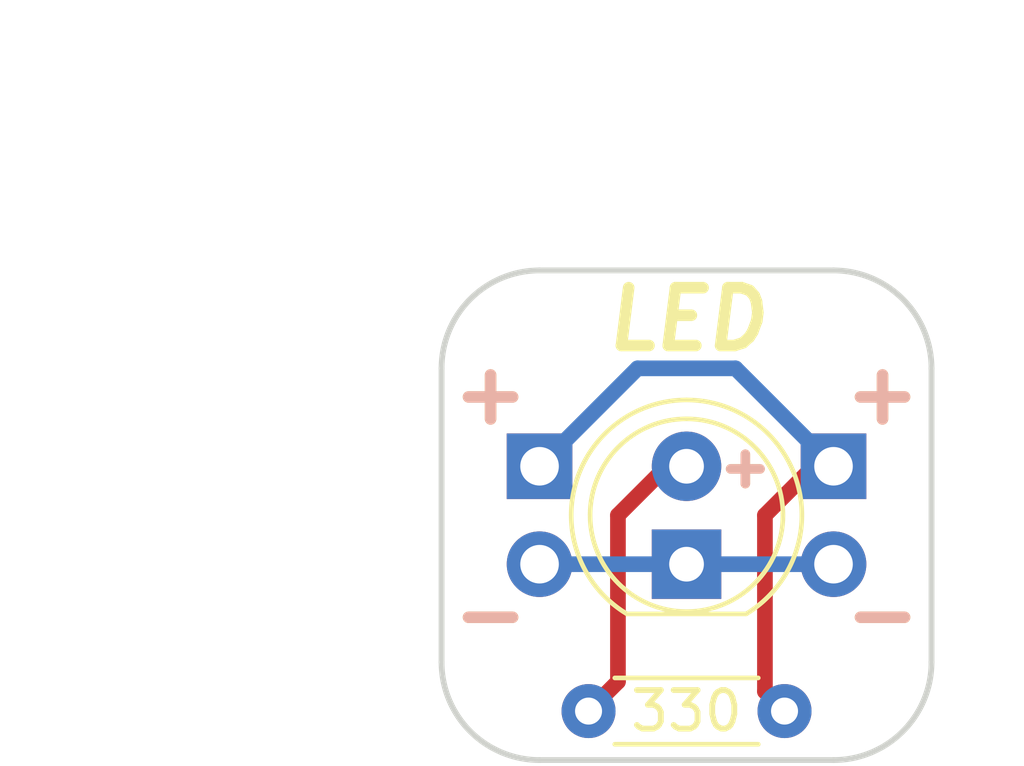
<source format=kicad_pcb>
(kicad_pcb (version 4) (host pcbnew 4.0.7)

  (general
    (links 5)
    (no_connects 0)
    (area 130.274287 93.82 156.163334 113.135001)
    (thickness 1.6)
    (drawings 21)
    (tracks 13)
    (zones 0)
    (modules 4)
    (nets 4)
  )

  (page A4)
  (layers
    (0 F.Cu signal)
    (31 B.Cu signal)
    (32 B.Adhes user)
    (33 F.Adhes user)
    (34 B.Paste user)
    (35 F.Paste user)
    (36 B.SilkS user)
    (37 F.SilkS user)
    (38 B.Mask user)
    (39 F.Mask user)
    (40 Dwgs.User user)
    (41 Cmts.User user)
    (42 Eco1.User user)
    (43 Eco2.User user)
    (44 Edge.Cuts user)
    (45 Margin user)
    (46 B.CrtYd user)
    (47 F.CrtYd user)
    (48 B.Fab user)
    (49 F.Fab user)
  )

  (setup
    (last_trace_width 0.25)
    (user_trace_width 0.4064)
    (trace_clearance 0.2)
    (zone_clearance 0.508)
    (zone_45_only no)
    (trace_min 0.2)
    (segment_width 0.2)
    (edge_width 0.15)
    (via_size 0.6)
    (via_drill 0.4)
    (via_min_size 0.4)
    (via_min_drill 0.3)
    (uvia_size 0.3)
    (uvia_drill 0.1)
    (uvias_allowed no)
    (uvia_min_size 0.2)
    (uvia_min_drill 0.1)
    (pcb_text_width 0.3)
    (pcb_text_size 1.5 1.5)
    (mod_edge_width 0.15)
    (mod_text_size 1 1)
    (mod_text_width 0.15)
    (pad_size 1.524 1.524)
    (pad_drill 0.762)
    (pad_to_mask_clearance 0)
    (aux_axis_origin 0 0)
    (visible_elements 7FFFFFFF)
    (pcbplotparams
      (layerselection 0x010f0_80000001)
      (usegerberextensions true)
      (excludeedgelayer true)
      (linewidth 0.100000)
      (plotframeref false)
      (viasonmask false)
      (mode 1)
      (useauxorigin false)
      (hpglpennumber 1)
      (hpglpenspeed 20)
      (hpglpendiameter 15)
      (hpglpenoverlay 2)
      (psnegative false)
      (psa4output false)
      (plotreference true)
      (plotvalue true)
      (plotinvisibletext false)
      (padsonsilk false)
      (subtractmaskfromsilk false)
      (outputformat 1)
      (mirror false)
      (drillshape 0)
      (scaleselection 1)
      (outputdirectory gerbers))
  )

  (net 0 "")
  (net 1 "Net-(J1-Pad1)")
  (net 2 "Net-(D2-Pad1)")
  (net 3 "Net-(D2-Pad2)")

  (net_class Default "This is the default net class."
    (clearance 0.2)
    (trace_width 0.25)
    (via_dia 0.6)
    (via_drill 0.4)
    (uvia_dia 0.3)
    (uvia_drill 0.1)
    (add_net "Net-(D2-Pad1)")
    (add_net "Net-(D2-Pad2)")
    (add_net "Net-(J1-Pad1)")
  )

  (module Pin_Headers:Pin_Header_Straight_1x02_Pitch2.54mm (layer F.Cu) (tedit 5CA677CD) (tstamp 5CA676B1)
    (at 151.13 105.41)
    (descr "Through hole straight pin header, 1x02, 2.54mm pitch, single row")
    (tags "Through hole pin header THT 1x02 2.54mm single row")
    (path /5CA6773B)
    (fp_text reference J2 (at 0 -2.33) (layer F.SilkS) hide
      (effects (font (size 1 1) (thickness 0.15)))
    )
    (fp_text value CONN_01X02 (at 0 4.87) (layer F.Fab)
      (effects (font (size 1 1) (thickness 0.15)))
    )
    (fp_line (start -0.635 -1.27) (end 1.27 -1.27) (layer F.Fab) (width 0.1))
    (fp_line (start 1.27 -1.27) (end 1.27 3.81) (layer F.Fab) (width 0.1))
    (fp_line (start 1.27 3.81) (end -1.27 3.81) (layer F.Fab) (width 0.1))
    (fp_line (start -1.27 3.81) (end -1.27 -0.635) (layer F.Fab) (width 0.1))
    (fp_line (start -1.27 -0.635) (end -0.635 -1.27) (layer F.Fab) (width 0.1))
    (fp_line (start -1.8 -1.8) (end -1.8 4.35) (layer F.CrtYd) (width 0.05))
    (fp_line (start -1.8 4.35) (end 1.8 4.35) (layer F.CrtYd) (width 0.05))
    (fp_line (start 1.8 4.35) (end 1.8 -1.8) (layer F.CrtYd) (width 0.05))
    (fp_line (start 1.8 -1.8) (end -1.8 -1.8) (layer F.CrtYd) (width 0.05))
    (fp_text user %R (at 0 1.27 90) (layer F.Fab)
      (effects (font (size 1 1) (thickness 0.15)))
    )
    (pad 1 thru_hole rect (at 0 0) (size 1.7 1.7) (drill 1) (layers *.Cu *.Mask)
      (net 1 "Net-(J1-Pad1)"))
    (pad 2 thru_hole oval (at 0 2.54) (size 1.7 1.7) (drill 1) (layers *.Cu *.Mask)
      (net 2 "Net-(D2-Pad1)"))
    (model ${KISYS3DMOD}/Pin_Headers.3dshapes/Pin_Header_Straight_1x02_Pitch2.54mm.wrl
      (at (xyz 0 0 0))
      (scale (xyz 1 1 1))
      (rotate (xyz 0 0 0))
    )
  )

  (module Pin_Headers:Pin_Header_Straight_1x02_Pitch2.54mm (layer F.Cu) (tedit 5CA677B7) (tstamp 5CA6769B)
    (at 143.51 105.41)
    (descr "Through hole straight pin header, 1x02, 2.54mm pitch, single row")
    (tags "Through hole pin header THT 1x02 2.54mm single row")
    (path /5CA675A4)
    (fp_text reference J1 (at 0 -2.33) (layer F.SilkS) hide
      (effects (font (size 1 1) (thickness 0.15)))
    )
    (fp_text value CONN_01X02 (at 0 4.87) (layer F.Fab)
      (effects (font (size 1 1) (thickness 0.15)))
    )
    (fp_line (start -0.635 -1.27) (end 1.27 -1.27) (layer F.Fab) (width 0.1))
    (fp_line (start 1.27 -1.27) (end 1.27 3.81) (layer F.Fab) (width 0.1))
    (fp_line (start 1.27 3.81) (end -1.27 3.81) (layer F.Fab) (width 0.1))
    (fp_line (start -1.27 3.81) (end -1.27 -0.635) (layer F.Fab) (width 0.1))
    (fp_line (start -1.27 -0.635) (end -0.635 -1.27) (layer F.Fab) (width 0.1))
    (fp_line (start -1.8 -1.8) (end -1.8 4.35) (layer F.CrtYd) (width 0.05))
    (fp_line (start -1.8 4.35) (end 1.8 4.35) (layer F.CrtYd) (width 0.05))
    (fp_line (start 1.8 4.35) (end 1.8 -1.8) (layer F.CrtYd) (width 0.05))
    (fp_line (start 1.8 -1.8) (end -1.8 -1.8) (layer F.CrtYd) (width 0.05))
    (fp_text user %R (at 0 1.27 90) (layer F.Fab)
      (effects (font (size 1 1) (thickness 0.15)))
    )
    (pad 1 thru_hole rect (at 0 0) (size 1.7 1.7) (drill 1) (layers *.Cu *.Mask)
      (net 1 "Net-(J1-Pad1)"))
    (pad 2 thru_hole oval (at 0 2.54) (size 1.7 1.7) (drill 1) (layers *.Cu *.Mask)
      (net 2 "Net-(D2-Pad1)"))
    (model ${KISYS3DMOD}/Pin_Headers.3dshapes/Pin_Header_Straight_1x02_Pitch2.54mm.wrl
      (at (xyz 0 0 0))
      (scale (xyz 1 1 1))
      (rotate (xyz 0 0 0))
    )
  )

  (module Resistors_THT:R_Axial_DIN0204_L3.6mm_D1.6mm_P5.08mm_Horizontal (layer F.Cu) (tedit 5CA67B51) (tstamp 5CA67B27)
    (at 144.78 111.76)
    (descr "Resistor, Axial_DIN0204 series, Axial, Horizontal, pin pitch=5.08mm, 0.16666666666666666W = 1/6W, length*diameter=3.6*1.6mm^2, http://cdn-reichelt.de/documents/datenblatt/B400/1_4W%23YAG.pdf")
    (tags "Resistor Axial_DIN0204 series Axial Horizontal pin pitch 5.08mm 0.16666666666666666W = 1/6W length 3.6mm diameter 1.6mm")
    (path /5CA67CC7)
    (fp_text reference R2 (at 2.54 -1.86) (layer F.Fab)
      (effects (font (size 1 1) (thickness 0.15)))
    )
    (fp_text value 330 (at 2.54 0) (layer F.SilkS)
      (effects (font (size 1 1) (thickness 0.15)))
    )
    (fp_line (start 0.74 -0.8) (end 0.74 0.8) (layer F.Fab) (width 0.1))
    (fp_line (start 0.74 0.8) (end 4.34 0.8) (layer F.Fab) (width 0.1))
    (fp_line (start 4.34 0.8) (end 4.34 -0.8) (layer F.Fab) (width 0.1))
    (fp_line (start 4.34 -0.8) (end 0.74 -0.8) (layer F.Fab) (width 0.1))
    (fp_line (start 0 0) (end 0.74 0) (layer F.Fab) (width 0.1))
    (fp_line (start 5.08 0) (end 4.34 0) (layer F.Fab) (width 0.1))
    (fp_line (start 0.68 -0.86) (end 4.4 -0.86) (layer F.SilkS) (width 0.12))
    (fp_line (start 0.68 0.86) (end 4.4 0.86) (layer F.SilkS) (width 0.12))
    (fp_line (start -0.95 -1.15) (end -0.95 1.15) (layer F.CrtYd) (width 0.05))
    (fp_line (start -0.95 1.15) (end 6.05 1.15) (layer F.CrtYd) (width 0.05))
    (fp_line (start 6.05 1.15) (end 6.05 -1.15) (layer F.CrtYd) (width 0.05))
    (fp_line (start 6.05 -1.15) (end -0.95 -1.15) (layer F.CrtYd) (width 0.05))
    (pad 1 thru_hole circle (at 0 0) (size 1.4 1.4) (drill 0.7) (layers *.Cu *.Mask)
      (net 3 "Net-(D2-Pad2)"))
    (pad 2 thru_hole oval (at 5.08 0) (size 1.4 1.4) (drill 0.7) (layers *.Cu *.Mask)
      (net 1 "Net-(J1-Pad1)"))
    (model ${KISYS3DMOD}/Resistors_THT.3dshapes/R_Axial_DIN0204_L3.6mm_D1.6mm_P5.08mm_Horizontal.wrl
      (at (xyz 0 0 0))
      (scale (xyz 0.393701 0.393701 0.393701))
      (rotate (xyz 0 0 0))
    )
  )

  (module LEDs:LED_D5.0mm (layer F.Cu) (tedit 5CA67C67) (tstamp 5CA67B39)
    (at 147.32 107.95 90)
    (descr "LED, diameter 5.0mm, 2 pins, http://cdn-reichelt.de/documents/datenblatt/A500/LL-504BC2E-009.pdf")
    (tags "LED diameter 5.0mm 2 pins")
    (path /5CA67C4A)
    (fp_text reference D2 (at 1.27 -3.96 90) (layer F.Fab)
      (effects (font (size 1 1) (thickness 0.15)))
    )
    (fp_text value LED (at 1.27 3.96 90) (layer F.Fab)
      (effects (font (size 1 1) (thickness 0.15)))
    )
    (fp_arc (start 1.27 0) (end -1.23 -1.469694) (angle 299.1) (layer F.Fab) (width 0.1))
    (fp_arc (start 1.27 0) (end -1.29 -1.54483) (angle 148.9) (layer F.SilkS) (width 0.12))
    (fp_arc (start 1.27 0) (end -1.29 1.54483) (angle -148.9) (layer F.SilkS) (width 0.12))
    (fp_circle (center 1.27 0) (end 3.77 0) (layer F.Fab) (width 0.1))
    (fp_circle (center 1.27 0) (end 3.77 0) (layer F.SilkS) (width 0.12))
    (fp_line (start -1.23 -1.469694) (end -1.23 1.469694) (layer F.Fab) (width 0.1))
    (fp_line (start -1.29 -1.545) (end -1.29 1.545) (layer F.SilkS) (width 0.12))
    (fp_line (start -1.95 -3.25) (end -1.95 3.25) (layer F.CrtYd) (width 0.05))
    (fp_line (start -1.95 3.25) (end 4.5 3.25) (layer F.CrtYd) (width 0.05))
    (fp_line (start 4.5 3.25) (end 4.5 -3.25) (layer F.CrtYd) (width 0.05))
    (fp_line (start 4.5 -3.25) (end -1.95 -3.25) (layer F.CrtYd) (width 0.05))
    (fp_text user %R (at 1.25 0 90) (layer F.Fab)
      (effects (font (size 0.8 0.8) (thickness 0.2)))
    )
    (pad 1 thru_hole rect (at 0 0 90) (size 1.8 1.8) (drill 0.9) (layers *.Cu *.Mask)
      (net 2 "Net-(D2-Pad1)"))
    (pad 2 thru_hole circle (at 2.54 0 90) (size 1.8 1.8) (drill 0.9) (layers *.Cu *.Mask)
      (net 3 "Net-(D2-Pad2)"))
    (model ${KISYS3DMOD}/LEDs.3dshapes/LED_D5.0mm.wrl
      (at (xyz 0 0 0))
      (scale (xyz 0.393701 0.393701 0.393701))
      (rotate (xyz 0 0 0))
    )
  )

  (gr_text + (at 148.844 105.41) (layer B.SilkS)
    (effects (font (size 1 1) (thickness 0.25)) (justify mirror))
  )
  (gr_text + (at 148.844 105.41) (layer F.SilkS)
    (effects (font (size 1 1) (thickness 0.25)))
  )
  (gr_text LED (at 147.32 101.6) (layer F.SilkS)
    (effects (font (size 1.5 1.5) (thickness 0.3) italic))
  )
  (gr_text - (at 152.4 109.22) (layer B.SilkS)
    (effects (font (size 1.5 1.5) (thickness 0.3)) (justify mirror))
  )
  (gr_text - (at 142.24 109.22) (layer B.SilkS)
    (effects (font (size 1.5 1.5) (thickness 0.3)) (justify mirror))
  )
  (gr_text + (at 152.4 103.505) (layer B.SilkS)
    (effects (font (size 1.5 1.5) (thickness 0.3)) (justify mirror))
  )
  (gr_text + (at 142.24 103.505) (layer B.SilkS)
    (effects (font (size 1.5 1.5) (thickness 0.3)) (justify mirror))
  )
  (gr_text - (at 152.4 109.22) (layer F.SilkS)
    (effects (font (size 1.5 1.5) (thickness 0.3)))
  )
  (gr_text - (at 142.24 109.22) (layer F.SilkS)
    (effects (font (size 1.5 1.5) (thickness 0.3)))
  )
  (gr_text + (at 152.4 103.505) (layer F.SilkS)
    (effects (font (size 1.5 1.5) (thickness 0.3)))
  )
  (gr_text + (at 142.24 103.505) (layer F.SilkS)
    (effects (font (size 1.5 1.5) (thickness 0.3)))
  )
  (gr_line (start 151.13 113.03) (end 143.51 113.03) (angle 90) (layer Edge.Cuts) (width 0.15))
  (gr_line (start 143.51 100.33) (end 151.13 100.33) (angle 90) (layer Edge.Cuts) (width 0.15))
  (dimension 12.7 (width 0.3) (layer Dwgs.User)
    (gr_text "0.5000 in" (at 147.32 95.17) (layer Dwgs.User)
      (effects (font (size 1.5 1.5) (thickness 0.3)))
    )
    (feature1 (pts (xy 153.67 99.06) (xy 153.67 93.82)))
    (feature2 (pts (xy 140.97 99.06) (xy 140.97 93.82)))
    (crossbar (pts (xy 140.97 96.52) (xy 153.67 96.52)))
    (arrow1a (pts (xy 153.67 96.52) (xy 152.543496 97.106421)))
    (arrow1b (pts (xy 153.67 96.52) (xy 152.543496 95.933579)))
    (arrow2a (pts (xy 140.97 96.52) (xy 142.096504 97.106421)))
    (arrow2b (pts (xy 140.97 96.52) (xy 142.096504 95.933579)))
  )
  (dimension 12.7 (width 0.3) (layer Dwgs.User)
    (gr_text "0.5000 in" (at 135.81 106.68 270) (layer Dwgs.User)
      (effects (font (size 1.5 1.5) (thickness 0.3)))
    )
    (feature1 (pts (xy 139.7 113.03) (xy 134.46 113.03)))
    (feature2 (pts (xy 139.7 100.33) (xy 134.46 100.33)))
    (crossbar (pts (xy 137.16 100.33) (xy 137.16 113.03)))
    (arrow1a (pts (xy 137.16 113.03) (xy 136.573579 111.903496)))
    (arrow1b (pts (xy 137.16 113.03) (xy 137.746421 111.903496)))
    (arrow2a (pts (xy 137.16 100.33) (xy 136.573579 101.456504)))
    (arrow2b (pts (xy 137.16 100.33) (xy 137.746421 101.456504)))
  )
  (gr_line (start 140.97 110.49) (end 140.97 102.87) (angle 90) (layer Edge.Cuts) (width 0.15))
  (gr_line (start 153.67 102.87) (end 153.67 110.49) (angle 90) (layer Edge.Cuts) (width 0.15))
  (gr_arc (start 143.51 102.87) (end 140.97 102.87) (angle 90) (layer Edge.Cuts) (width 0.15))
  (gr_arc (start 143.51 110.49) (end 143.51 113.03) (angle 90) (layer Edge.Cuts) (width 0.15))
  (gr_arc (start 151.13 110.49) (end 153.67 110.49) (angle 90) (layer Edge.Cuts) (width 0.15))
  (gr_arc (start 151.13 102.87) (end 151.13 100.33) (angle 90) (layer Edge.Cuts) (width 0.15))

  (segment (start 151.13 105.41) (end 150.622 105.41) (width 0.4064) (layer F.Cu) (net 1))
  (segment (start 150.622 105.41) (end 149.352 106.68) (width 0.4064) (layer F.Cu) (net 1) (tstamp 5CA67C93))
  (segment (start 149.352 111.252) (end 149.86 111.76) (width 0.4064) (layer F.Cu) (net 1) (tstamp 5CA67C95))
  (segment (start 149.352 106.68) (end 149.352 111.252) (width 0.4064) (layer F.Cu) (net 1) (tstamp 5CA67C94))
  (segment (start 143.51 105.41) (end 146.05 102.87) (width 0.4064) (layer B.Cu) (net 1))
  (segment (start 148.59 102.87) (end 151.13 105.41) (width 0.4064) (layer B.Cu) (net 1) (tstamp 5CA67BCD))
  (segment (start 146.05 102.87) (end 148.59 102.87) (width 0.4064) (layer B.Cu) (net 1) (tstamp 5CA67BCC))
  (segment (start 147.32 107.95) (end 151.13 107.95) (width 0.4064) (layer B.Cu) (net 2))
  (segment (start 143.51 107.95) (end 147.32 107.95) (width 0.4064) (layer B.Cu) (net 2))
  (segment (start 147.32 105.41) (end 146.812 105.41) (width 0.4064) (layer F.Cu) (net 3))
  (segment (start 146.812 105.41) (end 145.542 106.68) (width 0.4064) (layer F.Cu) (net 3) (tstamp 5CA67C8D))
  (segment (start 145.542 106.68) (end 145.542 110.998) (width 0.4064) (layer F.Cu) (net 3) (tstamp 5CA67C8F))
  (segment (start 145.542 110.998) (end 144.78 111.76) (width 0.4064) (layer F.Cu) (net 3) (tstamp 5CA67C90))

)

</source>
